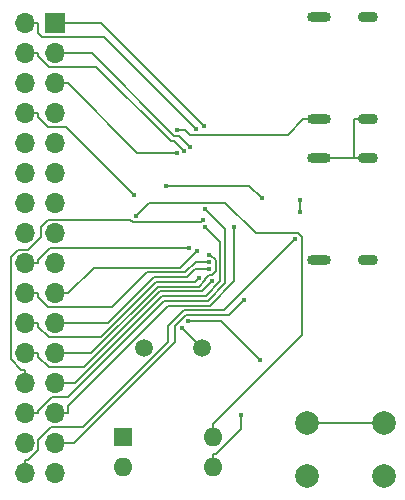
<source format=gbl>
G04 #@! TF.GenerationSoftware,KiCad,Pcbnew,5.1.8+dfsg1-1~bpo10+1*
G04 #@! TF.CreationDate,2020-11-28T00:35:18+08:00*
G04 #@! TF.ProjectId,stm32-io-extend,73746d33-322d-4696-9f2d-657874656e64,rev?*
G04 #@! TF.SameCoordinates,Original*
G04 #@! TF.FileFunction,Copper,L2,Bot*
G04 #@! TF.FilePolarity,Positive*
%FSLAX46Y46*%
G04 Gerber Fmt 4.6, Leading zero omitted, Abs format (unit mm)*
G04 Created by KiCad (PCBNEW 5.1.8+dfsg1-1~bpo10+1) date 2020-11-28 00:35:18*
%MOMM*%
%LPD*%
G01*
G04 APERTURE LIST*
G04 #@! TA.AperFunction,ComponentPad*
%ADD10O,2.000000X0.900000*%
G04 #@! TD*
G04 #@! TA.AperFunction,ComponentPad*
%ADD11O,1.700000X0.900000*%
G04 #@! TD*
G04 #@! TA.AperFunction,ComponentPad*
%ADD12R,1.700000X1.700000*%
G04 #@! TD*
G04 #@! TA.AperFunction,ComponentPad*
%ADD13O,1.700000X1.700000*%
G04 #@! TD*
G04 #@! TA.AperFunction,ComponentPad*
%ADD14R,1.600000X1.600000*%
G04 #@! TD*
G04 #@! TA.AperFunction,ComponentPad*
%ADD15O,1.600000X1.600000*%
G04 #@! TD*
G04 #@! TA.AperFunction,ComponentPad*
%ADD16C,2.000000*%
G04 #@! TD*
G04 #@! TA.AperFunction,ComponentPad*
%ADD17C,1.500000*%
G04 #@! TD*
G04 #@! TA.AperFunction,ViaPad*
%ADD18C,0.400000*%
G04 #@! TD*
G04 #@! TA.AperFunction,Conductor*
%ADD19C,0.200000*%
G04 #@! TD*
G04 APERTURE END LIST*
D10*
G04 #@! TO.P,J1,S1*
G04 #@! TO.N,GND*
X106070000Y-67420000D03*
X106070000Y-58780000D03*
D11*
X110240000Y-67420000D03*
X110240000Y-58780000D03*
G04 #@! TD*
G04 #@! TO.P,J2,S1*
G04 #@! TO.N,GND*
X110240000Y-70680000D03*
X110240000Y-79320000D03*
D10*
X106070000Y-70680000D03*
X106070000Y-79320000D03*
G04 #@! TD*
D12*
G04 #@! TO.P,J3,1*
G04 #@! TO.N,/P1*
X83700000Y-59300000D03*
D13*
G04 #@! TO.P,J3,2*
G04 #@! TO.N,/P2*
X81160000Y-59300000D03*
G04 #@! TO.P,J3,3*
G04 #@! TO.N,/P3*
X83700000Y-61840000D03*
G04 #@! TO.P,J3,4*
G04 #@! TO.N,/P4*
X81160000Y-61840000D03*
G04 #@! TO.P,J3,5*
G04 #@! TO.N,/P5*
X83700000Y-64380000D03*
G04 #@! TO.P,J3,6*
G04 #@! TO.N,/P6*
X81160000Y-64380000D03*
G04 #@! TO.P,J3,7*
G04 #@! TO.N,/P7*
X83700000Y-66920000D03*
G04 #@! TO.P,J3,8*
G04 #@! TO.N,/P8*
X81160000Y-66920000D03*
G04 #@! TO.P,J3,9*
G04 #@! TO.N,/P9*
X83700000Y-69460000D03*
G04 #@! TO.P,J3,10*
G04 #@! TO.N,/P10*
X81160000Y-69460000D03*
G04 #@! TO.P,J3,11*
G04 #@! TO.N,/P11*
X83700000Y-72000000D03*
G04 #@! TO.P,J3,12*
G04 #@! TO.N,/P12*
X81160000Y-72000000D03*
G04 #@! TO.P,J3,13*
G04 #@! TO.N,/P13*
X83700000Y-74540000D03*
G04 #@! TO.P,J3,14*
G04 #@! TO.N,/P14*
X81160000Y-74540000D03*
G04 #@! TO.P,J3,15*
G04 #@! TO.N,/P15*
X83700000Y-77080000D03*
G04 #@! TO.P,J3,16*
G04 #@! TO.N,/P16*
X81160000Y-77080000D03*
G04 #@! TO.P,J3,17*
G04 #@! TO.N,/P17*
X83700000Y-79620000D03*
G04 #@! TO.P,J3,18*
G04 #@! TO.N,/P18*
X81160000Y-79620000D03*
G04 #@! TO.P,J3,19*
G04 #@! TO.N,/P19*
X83700000Y-82160000D03*
G04 #@! TO.P,J3,20*
G04 #@! TO.N,/P20*
X81160000Y-82160000D03*
G04 #@! TO.P,J3,21*
G04 #@! TO.N,/P21*
X83700000Y-84700000D03*
G04 #@! TO.P,J3,22*
G04 #@! TO.N,/P22*
X81160000Y-84700000D03*
G04 #@! TO.P,J3,23*
G04 #@! TO.N,/P23*
X83700000Y-87240000D03*
G04 #@! TO.P,J3,24*
G04 #@! TO.N,/P24*
X81160000Y-87240000D03*
G04 #@! TO.P,J3,25*
G04 #@! TO.N,/P25*
X83700000Y-89780000D03*
G04 #@! TO.P,J3,26*
G04 #@! TO.N,/P26*
X81160000Y-89780000D03*
G04 #@! TO.P,J3,27*
G04 #@! TO.N,/P27*
X83700000Y-92320000D03*
G04 #@! TO.P,J3,28*
G04 #@! TO.N,/P28*
X81160000Y-92320000D03*
G04 #@! TO.P,J3,29*
G04 #@! TO.N,/P29*
X83700000Y-94860000D03*
G04 #@! TO.P,J3,30*
G04 #@! TO.N,+3V3*
X81160000Y-94860000D03*
G04 #@! TO.P,J3,31*
G04 #@! TO.N,GND*
X83700000Y-97400000D03*
G04 #@! TO.P,J3,32*
G04 #@! TO.N,+5V*
X81160000Y-97400000D03*
G04 #@! TD*
D14*
G04 #@! TO.P,SW1,1*
G04 #@! TO.N,Net-(R2-Pad1)*
X89500000Y-94300000D03*
D15*
G04 #@! TO.P,SW1,3*
G04 #@! TO.N,/BOOT1*
X97120000Y-96840000D03*
G04 #@! TO.P,SW1,2*
G04 #@! TO.N,Net-(R1-Pad2)*
X89500000Y-96840000D03*
G04 #@! TO.P,SW1,4*
G04 #@! TO.N,/BOOT0*
X97120000Y-94300000D03*
G04 #@! TD*
D16*
G04 #@! TO.P,SW2,2*
G04 #@! TO.N,GND*
X105100000Y-97650000D03*
G04 #@! TO.P,SW2,1*
G04 #@! TO.N,/NRST*
X105100000Y-93150000D03*
G04 #@! TO.P,SW2,2*
G04 #@! TO.N,GND*
X111600000Y-97650000D03*
G04 #@! TO.P,SW2,1*
G04 #@! TO.N,/NRST*
X111600000Y-93150000D03*
G04 #@! TD*
D17*
G04 #@! TO.P,Y1,1*
G04 #@! TO.N,Net-(C13-Pad1)*
X91300000Y-86800000D03*
G04 #@! TO.P,Y1,2*
G04 #@! TO.N,Net-(C14-Pad1)*
X96180000Y-86800000D03*
G04 #@! TD*
D18*
G04 #@! TO.N,GND*
X94030700Y-68319900D03*
G04 #@! TO.N,+5V*
X104079900Y-77541200D03*
G04 #@! TO.N,/NRST*
X95041700Y-84521100D03*
X101078100Y-87820500D03*
G04 #@! TO.N,Net-(J2-PadA6)*
X104496700Y-74229100D03*
X104466000Y-75269400D03*
G04 #@! TO.N,/BOOT1*
X99458500Y-92432100D03*
G04 #@! TO.N,/BOOT0*
X90564900Y-75638200D03*
G04 #@! TO.N,/USBDP*
X101268300Y-74119500D03*
X93179500Y-73041500D03*
G04 #@! TO.N,/P1*
X96333600Y-67985800D03*
G04 #@! TO.N,/P2*
X95711200Y-68241900D03*
G04 #@! TO.N,/P3*
X95208500Y-69789600D03*
G04 #@! TO.N,/P4*
X94700000Y-70146300D03*
G04 #@! TO.N,/P5*
X94083100Y-70251000D03*
G04 #@! TO.N,/P8*
X90429300Y-73825000D03*
G04 #@! TO.N,/P18*
X95117600Y-78359600D03*
G04 #@! TO.N,/P19*
X95749300Y-78578000D03*
G04 #@! TO.N,/P20*
X96758100Y-79494600D03*
G04 #@! TO.N,/P21*
X96806900Y-80095000D03*
G04 #@! TO.N,/P22*
X95904300Y-80884500D03*
G04 #@! TO.N,/P23*
X96773300Y-78894200D03*
G04 #@! TO.N,/P24*
X97067700Y-81095700D03*
G04 #@! TO.N,/P25*
X96462100Y-76560200D03*
G04 #@! TO.N,/P26*
X96289500Y-75912200D03*
G04 #@! TO.N,/P27*
X98924900Y-76551700D03*
G04 #@! TO.N,/P28*
X96455600Y-75009500D03*
G04 #@! TO.N,/P29*
X99747600Y-82747300D03*
G04 #@! TO.N,Net-(C14-Pad1)*
X94460400Y-85080400D03*
G04 #@! TD*
D19*
G04 #@! TO.N,GND*
X106070000Y-67420000D02*
X104769700Y-67420000D01*
X104769700Y-67420000D02*
X103447400Y-68742300D01*
X103447400Y-68742300D02*
X95210800Y-68742300D01*
X95210800Y-68742300D02*
X94788400Y-68319900D01*
X94788400Y-68319900D02*
X94030700Y-68319900D01*
X109089700Y-70680000D02*
X106070000Y-70680000D01*
X110240000Y-70680000D02*
X109089700Y-70680000D01*
X110240000Y-67420000D02*
X109089700Y-67420000D01*
X109089700Y-67420000D02*
X109089700Y-70680000D01*
G04 #@! TO.N,+5V*
X104079900Y-77541200D02*
X98024900Y-83596200D01*
X98024900Y-83596200D02*
X94655700Y-83596200D01*
X94655700Y-83596200D02*
X93331900Y-84920000D01*
X93331900Y-84920000D02*
X93331900Y-86298600D01*
X93331900Y-86298600D02*
X86137200Y-93493300D01*
X86137200Y-93493300D02*
X83378200Y-93493300D01*
X83378200Y-93493300D02*
X82310300Y-94561200D01*
X82310300Y-94561200D02*
X82310300Y-95387100D01*
X82310300Y-95387100D02*
X81447700Y-96249700D01*
X81447700Y-96249700D02*
X81160000Y-96249700D01*
X81160000Y-97400000D02*
X81160000Y-96249700D01*
G04 #@! TO.N,/NRST*
X101078100Y-87820500D02*
X97778700Y-84521100D01*
X97778700Y-84521100D02*
X95041700Y-84521100D01*
X111600000Y-93150000D02*
X105100000Y-93150000D01*
G04 #@! TO.N,Net-(J2-PadA6)*
X104466000Y-75269400D02*
X104466000Y-74259800D01*
X104466000Y-74259800D02*
X104496700Y-74229100D01*
G04 #@! TO.N,/BOOT1*
X97120000Y-95739700D02*
X97348000Y-95739700D01*
X97348000Y-95739700D02*
X99458500Y-93629200D01*
X99458500Y-93629200D02*
X99458500Y-92432100D01*
X97120000Y-96840000D02*
X97120000Y-95739700D01*
G04 #@! TO.N,/BOOT0*
X97120000Y-94300000D02*
X97120000Y-93199700D01*
X97120000Y-93199700D02*
X104644100Y-85675600D01*
X104644100Y-85675600D02*
X104644100Y-77397800D01*
X104644100Y-77397800D02*
X104287200Y-77040900D01*
X104287200Y-77040900D02*
X100722100Y-77040900D01*
X100722100Y-77040900D02*
X98174200Y-74493000D01*
X98174200Y-74493000D02*
X91710100Y-74493000D01*
X91710100Y-74493000D02*
X90564900Y-75638200D01*
G04 #@! TO.N,/USBDP*
X93179500Y-73041500D02*
X100190300Y-73041500D01*
X100190300Y-73041500D02*
X101268300Y-74119500D01*
G04 #@! TO.N,/P1*
X96333600Y-67985800D02*
X87647800Y-59300000D01*
X87647800Y-59300000D02*
X83700000Y-59300000D01*
G04 #@! TO.N,/P2*
X82310300Y-59300000D02*
X82310300Y-60090900D01*
X82310300Y-60090900D02*
X82669700Y-60450300D01*
X82669700Y-60450300D02*
X87919600Y-60450300D01*
X87919600Y-60450300D02*
X95711200Y-68241900D01*
X81160000Y-59300000D02*
X82310300Y-59300000D01*
G04 #@! TO.N,/P3*
X83700000Y-61840000D02*
X86843300Y-61840000D01*
X86843300Y-61840000D02*
X93823500Y-68820200D01*
X93823500Y-68820200D02*
X94239100Y-68820200D01*
X94239100Y-68820200D02*
X95208500Y-69789600D01*
G04 #@! TO.N,/P4*
X82310300Y-61840000D02*
X82310300Y-62078400D01*
X82310300Y-62078400D02*
X83222300Y-62990400D01*
X83222300Y-62990400D02*
X87251300Y-62990400D01*
X87251300Y-62990400D02*
X93554500Y-69293600D01*
X93554500Y-69293600D02*
X93847300Y-69293600D01*
X93847300Y-69293600D02*
X94700000Y-70146300D01*
X81160000Y-61840000D02*
X82310300Y-61840000D01*
G04 #@! TO.N,/P5*
X84850300Y-64380000D02*
X90721300Y-70251000D01*
X90721300Y-70251000D02*
X94083100Y-70251000D01*
X83700000Y-64380000D02*
X84850300Y-64380000D01*
G04 #@! TO.N,/P8*
X82310300Y-66920000D02*
X82310300Y-67207700D01*
X82310300Y-67207700D02*
X83172900Y-68070300D01*
X83172900Y-68070300D02*
X84674600Y-68070300D01*
X84674600Y-68070300D02*
X90429300Y-73825000D01*
X81160000Y-66920000D02*
X82310300Y-66920000D01*
G04 #@! TO.N,/P18*
X82310300Y-79620000D02*
X82310300Y-79332400D01*
X82310300Y-79332400D02*
X83283100Y-78359600D01*
X83283100Y-78359600D02*
X95117600Y-78359600D01*
X81160000Y-79620000D02*
X82310300Y-79620000D01*
G04 #@! TO.N,/P19*
X95749300Y-78578000D02*
X94333800Y-79993500D01*
X94333800Y-79993500D02*
X87016800Y-79993500D01*
X87016800Y-79993500D02*
X84850300Y-82160000D01*
X83700000Y-82160000D02*
X84850300Y-82160000D01*
G04 #@! TO.N,/P20*
X96758100Y-79494600D02*
X95663400Y-79494600D01*
X95663400Y-79494600D02*
X94764200Y-80393800D01*
X94764200Y-80393800D02*
X91504300Y-80393800D01*
X91504300Y-80393800D02*
X88587700Y-83310400D01*
X88587700Y-83310400D02*
X83173100Y-83310400D01*
X83173100Y-83310400D02*
X82310300Y-82447600D01*
X82310300Y-82447600D02*
X82310300Y-82160000D01*
X81160000Y-82160000D02*
X82310300Y-82160000D01*
G04 #@! TO.N,/P21*
X96806900Y-80095000D02*
X95629100Y-80095000D01*
X95629100Y-80095000D02*
X94930000Y-80794100D01*
X94930000Y-80794100D02*
X92143400Y-80794100D01*
X92143400Y-80794100D02*
X88237500Y-84700000D01*
X88237500Y-84700000D02*
X83700000Y-84700000D01*
G04 #@! TO.N,/P22*
X95904300Y-80884500D02*
X95594400Y-81194400D01*
X95594400Y-81194400D02*
X92309200Y-81194400D01*
X92309200Y-81194400D02*
X87613000Y-85890600D01*
X87613000Y-85890600D02*
X83213300Y-85890600D01*
X83213300Y-85890600D02*
X82310300Y-84987600D01*
X82310300Y-84987600D02*
X82310300Y-84700000D01*
X81160000Y-84700000D02*
X82310300Y-84700000D01*
G04 #@! TO.N,/P23*
X96773300Y-78894200D02*
X96865300Y-78894200D01*
X96865300Y-78894200D02*
X97347300Y-79376200D01*
X97347300Y-79376200D02*
X97347300Y-80284700D01*
X97347300Y-80284700D02*
X97036600Y-80595400D01*
X97036600Y-80595400D02*
X96814700Y-80595400D01*
X96814700Y-80595400D02*
X96432700Y-80977400D01*
X96432700Y-80977400D02*
X96432700Y-81063800D01*
X96432700Y-81063800D02*
X95901800Y-81594700D01*
X95901800Y-81594700D02*
X92475000Y-81594700D01*
X92475000Y-81594700D02*
X86829700Y-87240000D01*
X86829700Y-87240000D02*
X83700000Y-87240000D01*
G04 #@! TO.N,/P24*
X97067700Y-81095700D02*
X96168400Y-81995000D01*
X96168400Y-81995000D02*
X92640800Y-81995000D01*
X92640800Y-81995000D02*
X86206500Y-88429300D01*
X86206500Y-88429300D02*
X83212000Y-88429300D01*
X83212000Y-88429300D02*
X82310300Y-87527600D01*
X82310300Y-87527600D02*
X82310300Y-87240000D01*
X81160000Y-87240000D02*
X82310300Y-87240000D01*
G04 #@! TO.N,/P25*
X96462100Y-76560200D02*
X97749500Y-77847600D01*
X97749500Y-77847600D02*
X97749500Y-81138400D01*
X97749500Y-81138400D02*
X96492600Y-82395300D01*
X96492600Y-82395300D02*
X92806600Y-82395300D01*
X92806600Y-82395300D02*
X85421900Y-89780000D01*
X85421900Y-89780000D02*
X83700000Y-89780000D01*
G04 #@! TO.N,/P26*
X81160000Y-88629700D02*
X80872400Y-88629700D01*
X80872400Y-88629700D02*
X80003500Y-87760800D01*
X80003500Y-87760800D02*
X80003500Y-79110700D01*
X80003500Y-79110700D02*
X80644600Y-78469600D01*
X80644600Y-78469600D02*
X81434600Y-78469600D01*
X81434600Y-78469600D02*
X82549600Y-77354600D01*
X82549600Y-77354600D02*
X82549600Y-76541900D01*
X82549600Y-76541900D02*
X83179300Y-75912200D01*
X83179300Y-75912200D02*
X90131400Y-75912200D01*
X90131400Y-75912200D02*
X90357700Y-76138500D01*
X90357700Y-76138500D02*
X96063200Y-76138500D01*
X96063200Y-76138500D02*
X96289500Y-75912200D01*
X81160000Y-89780000D02*
X81160000Y-88629700D01*
G04 #@! TO.N,/P27*
X98924900Y-76551700D02*
X98924900Y-81122600D01*
X98924900Y-81122600D02*
X96851600Y-83195900D01*
X96851600Y-83195900D02*
X93347500Y-83195900D01*
X93347500Y-83195900D02*
X84850300Y-91693100D01*
X84850300Y-91693100D02*
X84850300Y-92320000D01*
X83700000Y-92320000D02*
X84850300Y-92320000D01*
G04 #@! TO.N,/P28*
X96455600Y-75009500D02*
X98160700Y-76714600D01*
X98160700Y-76714600D02*
X98160700Y-81306700D01*
X98160700Y-81306700D02*
X96671800Y-82795600D01*
X96671800Y-82795600D02*
X92972500Y-82795600D01*
X92972500Y-82795600D02*
X84837700Y-90930400D01*
X84837700Y-90930400D02*
X83461500Y-90930400D01*
X83461500Y-90930400D02*
X82310300Y-92081600D01*
X82310300Y-92081600D02*
X82310300Y-92320000D01*
X81160000Y-92320000D02*
X82310300Y-92320000D01*
G04 #@! TO.N,/P29*
X99747600Y-82747300D02*
X98498400Y-83996500D01*
X98498400Y-83996500D02*
X94821500Y-83996500D01*
X94821500Y-83996500D02*
X93932300Y-84885700D01*
X93932300Y-84885700D02*
X93932300Y-86307800D01*
X93932300Y-86307800D02*
X85380100Y-94860000D01*
X85380100Y-94860000D02*
X83700000Y-94860000D01*
G04 #@! TO.N,Net-(C14-Pad1)*
X96180000Y-86800000D02*
X94460400Y-85080400D01*
G04 #@! TD*
M02*

</source>
